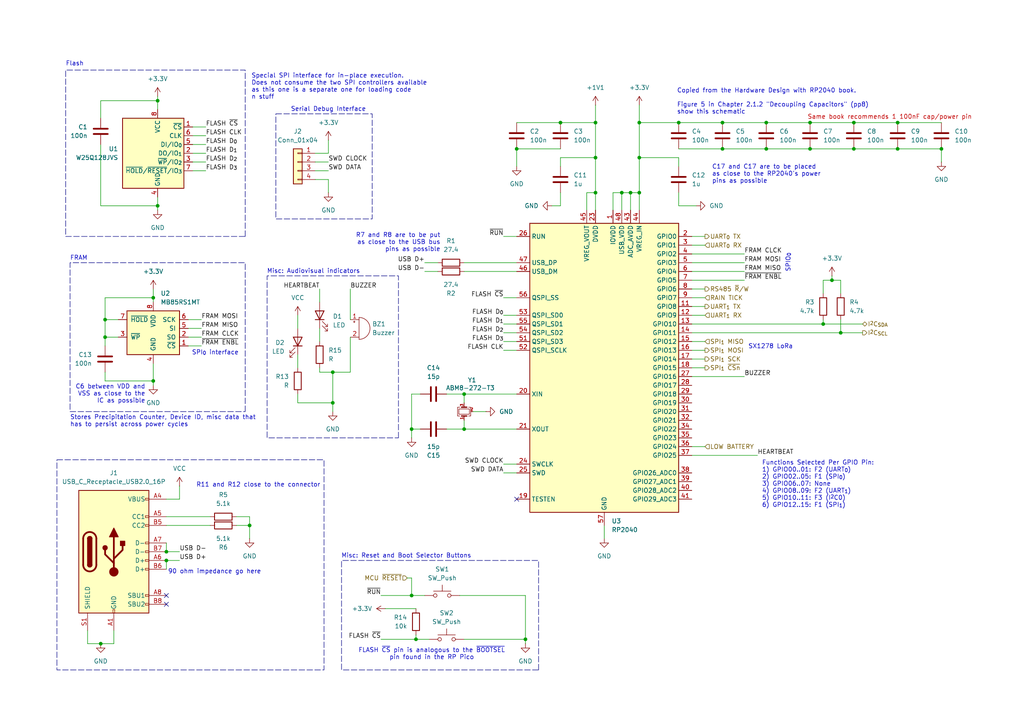
<source format=kicad_sch>
(kicad_sch (version 20250114) (generator "eeschema") (generator_version "9.0")
  (paper "A4")
  (title_block (title "Banshee Power Delivery System") (date "2026-02-26") (rev "1") (company "Ivan Leonard O Aparte <ivanleonard.aparte@cit.edu>") (comment 1 "STEM 12 - Altruism | S.Y. 2025-2026"))
  (lib_symbols
    (symbol "Connector:USB_C_Receptacle_USB2.0_16P" (pin_names (offset 1.016))
      (property "Reference" "J" (at 0 22.225 0))
      (property "Value" "USB_C_Receptacle_USB2.0_16P" (at 0 19.685 0))
      (symbol "USB_C_Receptacle_USB2.0_16P_0_0"
        (rectangle (start -0.254 -17.78) (end 0.254 -16.764))
        (rectangle (start 10.16 15.494) (end 9.144 14.986))
        (rectangle (start 10.16 10.414) (end 9.144 9.906))
        (rectangle (start 10.16 7.874) (end 9.144 7.366))
        (rectangle (start 10.16 2.794) (end 9.144 2.286))
        (rectangle (start 10.16 0.254) (end 9.144 -0.254))
        (rectangle (start 10.16 -2.286) (end 9.144 -2.794))
        (rectangle (start 10.16 -4.826) (end 9.144 -5.334))
        (rectangle (start 10.16 -12.446) (end 9.144 -12.954))
        (rectangle (start 10.16 -14.986) (end 9.144 -15.494))
      )
      (symbol "USB_C_Receptacle_USB2.0_16P_0_1"
        (rectangle (start -10.16 17.78) (end 10.16 -17.78) (stroke (width 0.254)) (fill (type background)))
        (polyline (pts (xy -8.89 -3.81) (xy -8.89 3.81)) (stroke (width 0.508)))
        (rectangle (start -7.62 -3.81) (end -6.35 3.81) (stroke (width 0.254)) (fill (type outline)))
        (arc (start -7.62 3.81) (mid -6.985 4.4423) (end -6.35 3.81) (stroke (width 0.254)))
        (arc (start -7.62 3.81) (mid -6.985 4.4423) (end -6.35 3.81) (stroke (width 0.254)) (fill (type outline)))
        (arc (start -8.89 3.81) (mid -6.985 5.7067) (end -5.08 3.81) (stroke (width 0.508)))
        (arc (start -5.08 -3.81) (mid -6.985 -5.7067) (end -8.89 -3.81) (stroke (width 0.508)))
        (arc (start -6.35 -3.81) (mid -6.985 -4.4423) (end -7.62 -3.81) (stroke (width 0.254)))
        (arc (start -6.35 -3.81) (mid -6.985 -4.4423) (end -7.62 -3.81) (stroke (width 0.254)) (fill (type outline)))
        (polyline (pts (xy -5.08 3.81) (xy -5.08 -3.81)) (stroke (width 0.508)))
        (circle (center -2.54 1.143) (radius 0.635) (stroke (width 0.254)) (fill (type outline)))
        (polyline (pts (xy -1.27 4.318) (xy 0 6.858) (xy 1.27 4.318) (xy -1.27 4.318)) (stroke (width 0.254)) (fill (type outline)))
        (polyline (pts (xy 0 -2.032) (xy 2.54 0.508) (xy 2.54 1.778)) (stroke (width 0.508)))
        (polyline (pts (xy 0 -3.302) (xy -2.54 -0.762) (xy -2.54 0.508)) (stroke (width 0.508)))
        (polyline (pts (xy 0 -5.842) (xy 0 4.318)) (stroke (width 0.508)))
        (circle (center 0 -5.842) (radius 1.27) (fill (type outline)))
        (rectangle (start 1.905 1.778) (end 3.175 3.048) (stroke (width 0.254)) (fill (type outline)))
      )
      (symbol "USB_C_Receptacle_USB2.0_16P_1_1"
        (pin passive line (at -7.62 -22.86 90) (length 5.08) (name "SHIELD") (number "S1"))
        (pin passive line (at 0 -22.86 90) (length 5.08) (name "GND") (number "A1"))
        (pin passive line (at 0 -22.86 90) (length 5.08) (hide yes) (name "GND") (number "A12"))
        (pin passive line (at 0 -22.86 90) (length 5.08) (hide yes) (name "GND") (number "B1"))
        (pin passive line (at 0 -22.86 90) (length 5.08) (hide yes) (name "GND") (number "B12"))
        (pin passive line (at 15.24 15.24 180) (length 5.08) (name "VBUS") (number "A4"))
        (pin passive line (at 15.24 15.24 180) (length 5.08) (hide yes) (name "VBUS") (number "A9"))
        (pin passive line (at 15.24 15.24 180) (length 5.08) (hide yes) (name "VBUS") (number "B4"))
        (pin passive line (at 15.24 15.24 180) (length 5.08) (hide yes) (name "VBUS") (number "B9"))
        (pin bidirectional line (at 15.24 10.16 180) (length 5.08) (name "CC1") (number "A5"))
        (pin bidirectional line (at 15.24 7.62 180) (length 5.08) (name "CC2") (number "B5"))
        (pin bidirectional line (at 15.24 2.54 180) (length 5.08) (name "D-") (number "A7"))
        (pin bidirectional line (at 15.24 0 180) (length 5.08) (name "D-") (number "B7"))
        (pin bidirectional line (at 15.24 -2.54 180) (length 5.08) (name "D+") (number "A6"))
        (pin bidirectional line (at 15.24 -5.08 180) (length 5.08) (name "D+") (number "B6"))
        (pin bidirectional line (at 15.24 -12.7 180) (length 5.08) (name "SBU1") (number "A8"))
        (pin bidirectional line (at 15.24 -15.24 180) (length 5.08) (name "SBU2") (number "B8"))
      )
    )
    (symbol "Connector_Generic:Conn_01x04" (pin_names (offset 1.016) (hide yes))
      (property "Reference" "J" (at 0 5.08 0))
      (property "Value" "Conn_01x04" (at 0 -7.62 0))
      (symbol "Conn_01x04_1_1"
        (rectangle (start -1.27 3.81) (end 1.27 -6.35) (stroke (width 0.254)) (fill (type background)))
        (rectangle (start -1.27 2.667) (end 0 2.413) (stroke (width 0.1524)))
        (rectangle (start -1.27 0.127) (end 0 -0.127) (stroke (width 0.1524)))
        (rectangle (start -1.27 -2.413) (end 0 -2.667) (stroke (width 0.1524)))
        (rectangle (start -1.27 -4.953) (end 0 -5.207) (stroke (width 0.1524)))
        (pin passive line (at -5.08 2.54 0) (length 3.81) (name "Pin_1") (number "1"))
        (pin passive line (at -5.08 0 0) (length 3.81) (name "Pin_2") (number "2"))
        (pin passive line (at -5.08 -2.54 0) (length 3.81) (name "Pin_3") (number "3"))
        (pin passive line (at -5.08 -5.08 0) (length 3.81) (name "Pin_4") (number "4"))
      )
    )
    (symbol "Device:Buzzer" (pin_names (offset 0.0254) (hide yes))
      (property "Reference" "BZ" (at 3.81 1.27 0))
      (property "Value" "Buzzer" (at 3.81 -1.27 0))
      (symbol "Buzzer_0_1"
        (polyline (pts (xy -1.651 1.905) (xy -1.143 1.905)))
        (polyline (pts (xy -1.397 2.159) (xy -1.397 1.651)))
        (arc (start 0 3.175) (mid 3.1612 0) (end 0 -3.175))
        (polyline (pts (xy 0 3.175) (xy 0 -3.175)))
      )
      (symbol "Buzzer_1_1"
        (pin passive line (at -2.54 2.54 0) (length 2.54) (name "+") (number "1"))
        (pin passive line (at -2.54 -2.54 0) (length 2.54) (name "-") (number "2"))
      )
    )
    (symbol "Device:C" (pin_numbers (hide yes)) (pin_names (offset 0.254))
      (property "Reference" "C" (at 0.635 2.54 0))
      (property "Value" "C" (at 0.635 -2.54 0))
      (symbol "C_0_1"
        (polyline (pts (xy -2.032 0.762) (xy 2.032 0.762)) (stroke (width 0.508)))
        (polyline (pts (xy -2.032 -0.762) (xy 2.032 -0.762)) (stroke (width 0.508)))
      )
      (symbol "C_1_1"
        (pin passive line (at 0 3.81 270) (length 2.794) (name "~") (number "1"))
        (pin passive line (at 0 -3.81 90) (length 2.794) (name "~") (number "2"))
      )
    )
    (symbol "Device:Crystal_GND24_Small" (pin_names (offset 1.016) (hide yes))
      (property "Reference" "Y" (at 1.27 4.445 0))
      (property "Value" "Crystal_GND24_Small" (at 1.27 2.54 0))
      (symbol "Crystal_GND24_Small_0_1"
        (polyline (pts (xy -1.27 1.27) (xy -1.27 1.905) (xy 1.27 1.905) (xy 1.27 1.27)))
        (polyline (pts (xy -1.27 -0.762) (xy -1.27 0.762)) (stroke (width 0.381)))
        (polyline (pts (xy -1.27 -1.27) (xy -1.27 -1.905) (xy 1.27 -1.905) (xy 1.27 -1.27)))
        (rectangle (start -0.762 -1.524) (end 0.762 1.524))
        (polyline (pts (xy 1.27 -0.762) (xy 1.27 0.762)) (stroke (width 0.381)))
      )
      (symbol "Crystal_GND24_Small_1_1"
        (pin passive line (at -2.54 0 0) (length 1.27) (name "1") (number "1"))
        (pin passive line (at 0 -2.54 90) (length 0.635) (name "G") (number "2"))
        (pin passive line (at 0 -2.54 90) (length 0.635) (hide yes) (name "G") (number "4"))
        (pin passive line (at 2.54 0 180) (length 1.27) (name "3") (number "3"))
      )
    )
    (symbol "Device:LED" (pin_numbers (hide yes)) (pin_names (offset 1.016) (hide yes))
      (property "Reference" "D" (at 0 2.54 0))
      (property "Value" "LED" (at 0 -2.54 0))
      (symbol "LED_0_1"
        (polyline (pts (xy -3.048 -0.762) (xy -4.572 -2.286) (xy -3.81 -2.286) (xy -4.572 -2.286) (xy -4.572 -1.524)))
        (polyline (pts (xy -1.778 -0.762) (xy -3.302 -2.286) (xy -2.54 -2.286) (xy -3.302 -2.286) (xy -3.302 -1.524)))
        (polyline (pts (xy -1.27 0) (xy 1.27 0)))
        (polyline (pts (xy -1.27 -1.27) (xy -1.27 1.27)) (stroke (width 0.254)))
        (polyline (pts (xy 1.27 -1.27) (xy 1.27 1.27) (xy -1.27 0) (xy 1.27 -1.27)) (stroke (width 0.254)))
      )
      (symbol "LED_1_1"
        (pin passive line (at -3.81 0 0) (length 2.54) (name "K") (number "1"))
        (pin passive line (at 3.81 0 180) (length 2.54) (name "A") (number "2"))
      )
    )
    (symbol "Device:R" (pin_numbers (hide yes)) (pin_names (offset 0))
      (property "Reference" "R" (at 2.032 0 90))
      (property "Value" "R" (at 0 0 90))
      (symbol "R_0_1"
        (rectangle (start -1.016 -2.54) (end 1.016 2.54) (stroke (width 0.254)))
      )
      (symbol "R_1_1"
        (pin passive line (at 0 3.81 270) (length 1.27) (name "~") (number "1"))
        (pin passive line (at 0 -3.81 90) (length 1.27) (name "~") (number "2"))
      )
    )
    (symbol "MCU_RaspberryPi:RP2040"
      (property "Reference" "U" (at 17.78 45.72 0))
      (property "Value" "RP2040" (at 17.78 43.18 0))
      (symbol "RP2040_0_1"
        (rectangle (start -21.59 41.91) (end 21.59 -41.91) (stroke (width 0.254)) (fill (type background)))
      )
      (symbol "RP2040_1_1"
        (pin input line (at -25.4 38.1 0) (length 3.81) (name "RUN") (number "26"))
        (pin bidirectional line (at -25.4 30.48 0) (length 3.81) (name "USB_DP") (number "47"))
        (pin bidirectional line (at -25.4 27.94 0) (length 3.81) (name "USB_DM") (number "46"))
        (pin bidirectional line (at -25.4 20.32 0) (length 3.81) (name "QSPI_SS") (number "56"))
        (pin bidirectional line (at -25.4 15.24 0) (length 3.81) (name "QSPI_SD0") (number "53"))
        (pin bidirectional line (at -25.4 12.7 0) (length 3.81) (name "QSPI_SD1") (number "55"))
        (pin bidirectional line (at -25.4 10.16 0) (length 3.81) (name "QSPI_SD2") (number "54"))
        (pin bidirectional line (at -25.4 7.62 0) (length 3.81) (name "QSPI_SD3") (number "51"))
        (pin output line (at -25.4 5.08 0) (length 3.81) (name "QSPI_SCLK") (number "52"))
        (pin input line (at -25.4 -7.62 0) (length 3.81) (name "XIN") (number "20"))
        (pin passive line (at -25.4 -17.78 0) (length 3.81) (name "XOUT") (number "21"))
        (pin input line (at -25.4 -27.94 0) (length 3.81) (name "SWCLK") (number "24"))
        (pin bidirectional line (at -25.4 -30.48 0) (length 3.81) (name "SWD") (number "25"))
        (pin input line (at -25.4 -38.1 0) (length 3.81) (name "TESTEN") (number "19"))
        (pin power_out line (at -5.08 45.72 270) (length 3.81) (name "VREG_VOUT") (number "45"))
        (pin power_in line (at -2.54 45.72 270) (length 3.81) (name "DVDD") (number "23"))
        (pin passive line (at -2.54 45.72 270) (length 3.81) (hide yes) (name "DVDD") (number "50"))
        (pin power_in line (at 0 -45.72 90) (length 3.81) (name "GND") (number "57"))
        (pin power_in line (at 2.54 45.72 270) (length 3.81) (name "IOVDD") (number "1"))
        (pin passive line (at 2.54 45.72 270) (length 3.81) (hide yes) (name "IOVDD") (number "10"))
        (pin passive line (at 2.54 45.72 270) (length 3.81) (hide yes) (name "IOVDD") (number "22"))
        (pin passive line (at 2.54 45.72 270) (length 3.81) (hide yes) (name "IOVDD") (number "33"))
        (pin passive line (at 2.54 45.72 270) (length 3.81) (hide yes) (name "IOVDD") (number "42"))
        (pin passive line (at 2.54 45.72 270) (length 3.81) (hide yes) (name "IOVDD") (number "49"))
        (pin power_in line (at 5.08 45.72 270) (length 3.81) (name "USB_VDD") (number "48"))
        (pin power_in line (at 7.62 45.72 270) (length 3.81) (name "ADC_AVDD") (number "43"))
        (pin power_in line (at 10.16 45.72 270) (length 3.81) (name "VREG_IN") (number "44"))
        (pin bidirectional line (at 25.4 38.1 180) (length 3.81) (name "GPIO0") (number "2"))
        (pin bidirectional line (at 25.4 35.56 180) (length 3.81) (name "GPIO1") (number "3"))
        (pin bidirectional line (at 25.4 33.02 180) (length 3.81) (name "GPIO2") (number "4"))
        (pin bidirectional line (at 25.4 30.48 180) (length 3.81) (name "GPIO3") (number "5"))
        (pin bidirectional line (at 25.4 27.94 180) (length 3.81) (name "GPIO4") (number "6"))
        (pin bidirectional line (at 25.4 25.4 180) (length 3.81) (name "GPIO5") (number "7"))
        (pin bidirectional line (at 25.4 22.86 180) (length 3.81) (name "GPIO6") (number "8"))
        (pin bidirectional line (at 25.4 20.32 180) (length 3.81) (name "GPIO7") (number "9"))
        (pin bidirectional line (at 25.4 17.78 180) (length 3.81) (name "GPIO8") (number "11"))
        (pin bidirectional line (at 25.4 15.24 180) (length 3.81) (name "GPIO9") (number "12"))
        (pin bidirectional line (at 25.4 12.7 180) (length 3.81) (name "GPIO10") (number "13"))
        (pin bidirectional line (at 25.4 10.16 180) (length 3.81) (name "GPIO11") (number "14"))
        (pin bidirectional line (at 25.4 7.62 180) (length 3.81) (name "GPIO12") (number "15"))
        (pin bidirectional line (at 25.4 5.08 180) (length 3.81) (name "GPIO13") (number "16"))
        (pin bidirectional line (at 25.4 2.54 180) (length 3.81) (name "GPIO14") (number "17"))
        (pin bidirectional line (at 25.4 0 180) (length 3.81) (name "GPIO15") (number "18"))
        (pin bidirectional line (at 25.4 -2.54 180) (length 3.81) (name "GPIO16") (number "27"))
        (pin bidirectional line (at 25.4 -5.08 180) (length 3.81) (name "GPIO17") (number "28"))
        (pin bidirectional line (at 25.4 -7.62 180) (length 3.81) (name "GPIO18") (number "29"))
        (pin bidirectional line (at 25.4 -10.16 180) (length 3.81) (name "GPIO19") (number "30"))
        (pin bidirectional line (at 25.4 -12.7 180) (length 3.81) (name "GPIO20") (number "31"))
        (pin bidirectional line (at 25.4 -15.24 180) (length 3.81) (name "GPIO21") (number "32"))
        (pin bidirectional line (at 25.4 -17.78 180) (length 3.81) (name "GPIO22") (number "34"))
        (pin bidirectional line (at 25.4 -20.32 180) (length 3.81) (name "GPIO23") (number "35"))
        (pin bidirectional line (at 25.4 -22.86 180) (length 3.81) (name "GPIO24") (number "36"))
        (pin bidirectional line (at 25.4 -25.4 180) (length 3.81) (name "GPIO25") (number "37"))
        (pin bidirectional line (at 25.4 -30.48 180) (length 3.81) (name "GPIO26_ADC0") (number "38"))
        (pin bidirectional line (at 25.4 -33.02 180) (length 3.81) (name "GPIO27_ADC1") (number "39"))
        (pin bidirectional line (at 25.4 -35.56 180) (length 3.81) (name "GPIO28_ADC2") (number "40"))
        (pin bidirectional line (at 25.4 -38.1 180) (length 3.81) (name "GPIO29_ADC3") (number "41"))
      )
    )
    (symbol "Memory_Flash:W25Q128JVS"
      (property "Reference" "U" (at -6.35 11.43 0))
      (property "Value" "W25Q128JVS" (at 7.62 11.43 0))
      (symbol "W25Q128JVS_0_1"
        (rectangle (start -7.62 10.16) (end 10.16 -10.16) (stroke (width 0.254)) (fill (type background)))
      )
      (symbol "W25Q128JVS_1_1"
        (pin input line (at -10.16 7.62 0) (length 2.54) (name "~{CS}") (number "1"))
        (pin input line (at -10.16 5.08 0) (length 2.54) (name "CLK") (number "6"))
        (pin bidirectional line (at -10.16 2.54 0) (length 2.54) (name "DI/IO_{0}") (number "5"))
        (pin bidirectional line (at -10.16 0 0) (length 2.54) (name "DO/IO_{1}") (number "2"))
        (pin bidirectional line (at -10.16 -2.54 0) (length 2.54) (name "~{WP}/IO_{2}") (number "3"))
        (pin bidirectional line (at -10.16 -5.08 0) (length 2.54) (name "~{HOLD}/~{RESET}/IO_{3}") (number "7"))
        (pin power_in line (at 0 12.7 270) (length 2.54) (name "VCC") (number "8"))
        (pin power_in line (at 0 -12.7 90) (length 2.54) (name "GND") (number "4"))
      )
    )
    (symbol "Memory_NVRAM:MB85RS1MT" (pin_names (offset 1.016))
      (property "Reference" "U" (at -7.62 6.35 0))
      (property "Value" "MB85RS1MT" (at 1.27 6.35 0))
      (symbol "MB85RS1MT_0_1"
        (rectangle (start -7.62 5.08) (end 7.62 -7.62) (stroke (width 0.254)) (fill (type background)))
      )
      (symbol "MB85RS1MT_1_1"
        (pin input line (at -10.16 2.54 0) (length 2.54) (name "~{HOLD}") (number "7"))
        (pin input line (at -10.16 -2.54 0) (length 2.54) (name "~{WP}") (number "3"))
        (pin power_in line (at 0 7.62 270) (length 2.54) (name "VDD") (number "8"))
        (pin power_in line (at 0 -10.16 90) (length 2.54) (name "GND") (number "4"))
        (pin input line (at 10.16 2.54 180) (length 2.54) (name "SCK") (number "6"))
        (pin input line (at 10.16 0 180) (length 2.54) (name "SI") (number "5"))
        (pin output line (at 10.16 -2.54 180) (length 2.54) (name "SO") (number "2"))
        (pin input line (at 10.16 -5.08 180) (length 2.54) (name "~{CS}") (number "1"))
      )
    )
    (symbol "Switch:SW_Push" (pin_numbers (hide yes)) (pin_names (offset 1.016) (hide yes))
      (property "Reference" "SW" (at 1.27 2.54 0))
      (property "Value" "SW_Push" (at 0 -1.524 0))
      (symbol "SW_Push_0_1"
        (circle (center -2.032 0) (radius 0.508))
        (polyline (pts (xy 0 1.27) (xy 0 3.048)))
        (circle (center 2.032 0) (radius 0.508))
        (polyline (pts (xy 2.54 1.27) (xy -2.54 1.27)))
        (pin passive line (at -5.08 0 0) (length 2.54) (name "1") (number "1"))
        (pin passive line (at 5.08 0 180) (length 2.54) (name "2") (number "2"))
      )
    )
    (symbol "power:+1V1" (power) (pin_numbers (hide yes)) (pin_names (offset 0) (hide yes))
      (property "Value" "+1V1" (at 0 3.556 0))
      (symbol "+1V1_0_1"
        (polyline (pts (xy -0.762 1.27) (xy 0 2.54)))
        (polyline (pts (xy 0 2.54) (xy 0.762 1.27)))
        (polyline (pts (xy 0 0) (xy 0 2.54)))
      )
      (symbol "+1V1_1_1"
        (pin power_in line (at 0 0 90) (length 0) (name "~") (number "1"))
      )
    )
    (symbol "power:+3.3V" (power) (pin_numbers (hide yes)) (pin_names (offset 0) (hide yes))
      (property "Value" "+3.3V" (at 0 3.556 0))
      (symbol "+3.3V_0_1"
        (polyline (pts (xy -0.762 1.27) (xy 0 2.54)))
        (polyline (pts (xy 0 2.54) (xy 0.762 1.27)))
        (polyline (pts (xy 0 0) (xy 0 2.54)))
      )
      (symbol "+3.3V_1_1"
        (pin power_in line (at 0 0 90) (length 0) (name "~") (number "1"))
      )
    )
    (symbol "power:GND" (power) (pin_numbers (hide yes)) (pin_names (offset 0) (hide yes))
      (property "Value" "GND" (at 0 -3.81 0))
      (symbol "GND_0_1"
        (polyline (pts (xy 0 0) (xy 0 -1.27) (xy 1.27 -1.27) (xy 0 -2.54) (xy -1.27 -1.27) (xy 0 -1.27)))
      )
      (symbol "GND_1_1"
        (pin power_in line (at 0 0 270) (length 0) (name "~") (number "1"))
      )
    )
    (symbol "power:VCC" (power) (pin_numbers (hide yes)) (pin_names (offset 0) (hide yes))
      (property "Value" "VCC" (at 0 3.556 0))
      (symbol "VCC_0_1"
        (polyline (pts (xy -0.762 1.27) (xy 0 2.54)))
        (polyline (pts (xy 0 2.54) (xy 0.762 1.27)))
        (polyline (pts (xy 0 0) (xy 0 2.54)))
      )
      (symbol "VCC_1_1"
        (pin power_in line (at 0 0 90) (length 0) (name "~") (number "1"))
      )
    )
  )
  (text "Special SPI interface for in-place execution.\nDoes not consume the two SPI controllers available\nas this one is a separate one for loading code\nn stuff" (at 72.898 25.146 0) (effects (font (size 1.27 1.27)) (justify left)))
  (text "SX1278 LoRa" (at 223.52 100.584 0) (effects (font (size 1.27 1.27))))
  (text "Serial Debug Interface" (at 95.25 31.75 0) (effects (font (size 1.27 1.27))))
  (text "Misc: Audiovisual indicators" (at 90.932 78.74 0) (effects (font (size 1.27 1.27))))
  (text "SPI_{0} interface" (at 55.626 102.362 0) (effects (font (size 1.27 1.27)) (justify left)))
  (text "C6 between VDD and\nVSS as close to the\nIC as possible" (at 42.164 114.3 0) (effects (font (size 1.27 1.27)) (justify right)))
  (text "Copied from the Hardware Design with RP2040 book.\n\nFigure 5 in Chapter 2.1.2 \"Decoupling Capacitors\" (pp8)\nshow this schematic" (at 196.342 29.464 0) (effects (font (size 1.27 1.27)) (justify left)))
  (text "FLASH ~{CS} pin is analogous to the ~{BOOTSEL}\npin found in the RP Pico" (at 125.222 189.738 0) (effects (font (size 1.27 1.27))))
  (text "Misc: Reset and Boot Selector Buttons" (at 117.856 161.29 0) (effects (font (size 1.27 1.27))))
  (text "Functions Selected Per GPIO Pin:\n1) GPIO00..01: F2 (UART_{0})\n2) GPIO02..05: F1 (SPI_{0})\n3) GPIO06..07: None\n4) GPIO08..09: F2 (UART_{1})\n5) GPIO10..11: F3 (I^{2}C0)\n6) GPIO12..15: F1 (SPI_{1})" (at 220.98 140.462 0) (effects (font (size 1.27 1.27)) (justify left)))
  (text "Flash" (at 19.05 18.542 0) (effects (font (size 1.27 1.27)) (justify left)))
  (text "R7 and R8 are to be put\nas close to the USB bus\npins as possible" (at 127.762 70.358 0) (effects (font (size 1.27 1.27)) (justify right)))
  (text "SPIO_{0}" (at 228.6 76.2 90) (effects (font (size 1.27 1.27))))
  (text "C17 and C17 are to be placed\nas close to the RP2040's power\npins as possible" (at 206.502 50.546 0) (effects (font (size 1.27 1.27)) (justify left)))
  (text "R11 and R12 close to the connector" (at 74.93 140.716 0) (effects (font (size 1.27 1.27))))
  (text "Same book recommends 1 100nF cap/power pin" (at 258.064 34.036 0) (effects (font (size 1.27 1.27))))
  (text "90 ohm impedance go here" (at 62.23 165.862 0) (effects (font (size 1.27 1.27))))
  (text "Stores Precipitation Counter, Device ID, misc data that\nhas to persist across power cycles" (at 20.32 122.174 0) (effects (font (size 1.27 1.27)) (justify left)))
  (text "FRAM" (at 20.32 74.93 0) (effects (font (size 1.27 1.27)) (justify left)))
  (junction (at 209.55 43.18))
  (junction (at 243.84 96.52))
  (junction (at 72.39 152.4))
  (junction (at 222.25 35.56))
  (junction (at 234.95 35.56))
  (junction (at 260.35 35.56))
  (junction (at 260.35 43.18))
  (junction (at 185.42 55.88))
  (junction (at 247.65 35.56))
  (junction (at 29.21 186.69))
  (junction (at 44.45 86.36))
  (junction (at 120.65 185.42))
  (junction (at 172.72 45.72))
  (junction (at 172.72 55.88))
  (junction (at 241.3 81.28))
  (junction (at 209.55 35.56))
  (junction (at 196.85 35.56))
  (junction (at 96.52 107.95))
  (junction (at 119.38 124.46))
  (junction (at 273.05 43.18))
  (junction (at 152.4 185.42))
  (junction (at 134.62 124.46))
  (junction (at 134.62 114.3))
  (junction (at 149.86 43.18))
  (junction (at 222.25 43.18))
  (junction (at 48.26 162.56))
  (junction (at 30.48 97.79))
  (junction (at 48.26 160.02))
  (junction (at 247.65 43.18))
  (junction (at 180.34 55.88))
  (junction (at 162.56 35.56))
  (junction (at 172.72 35.56))
  (junction (at 185.42 45.72))
  (junction (at 44.45 110.49))
  (junction (at 96.52 116.84))
  (junction (at 30.48 92.71))
  (junction (at 182.88 55.88))
  (junction (at 238.76 93.98))
  (junction (at 45.72 59.69))
  (junction (at 45.72 29.21))
  (junction (at 234.95 43.18))
  (junction (at 185.42 35.56))
  (junction (at 119.38 172.72))
  (no_connect (at 149.86 144.78))
  (no_connect (at 48.26 172.72))
  (no_connect (at 48.26 175.26))
  (wire (pts (xy 119.38 167.64) (xy 119.38 172.72)))
  (wire (pts (xy 119.38 172.72) (xy 123.19 172.72)))
  (wire (pts (xy 137.16 119.38) (xy 140.97 119.38)))
  (wire (pts (xy 200.66 93.98) (xy 238.76 93.98)))
  (wire (pts (xy 273.05 43.18) (xy 273.05 46.99)))
  (wire (pts (xy 134.62 76.2) (xy 149.86 76.2)))
  (wire (pts (xy 134.62 114.3) (xy 149.86 114.3)))
  (wire (pts (xy 185.42 55.88) (xy 185.42 60.96)))
  (wire (pts (xy 175.26 152.4) (xy 175.26 156.21)))
  (wire (pts (xy 123.19 78.74) (xy 127 78.74)))
  (wire (pts (xy 55.88 49.53) (xy 59.69 49.53)))
  (wire (pts (xy 177.8 60.96) (xy 177.8 55.88)))
  (wire (pts (xy 162.56 48.26) (xy 162.56 45.72)))
  (wire (pts (xy 123.19 76.2) (xy 127 76.2)))
  (wire (pts (xy 54.61 92.71) (xy 58.42 92.71)))
  (wire (pts (xy 129.54 124.46) (xy 134.62 124.46)))
  (wire (pts (xy 162.56 45.72) (xy 172.72 45.72)))
  (wire (pts (xy 54.61 95.25) (xy 58.42 95.25)))
  (wire (pts (xy 185.42 45.72) (xy 185.42 55.88)))
  (wire (pts (xy 185.42 45.72) (xy 196.85 45.72)))
  (wire (pts (xy 45.72 57.15) (xy 45.72 59.69)))
  (wire (pts (xy 162.56 35.56) (xy 172.72 35.56)))
  (wire (pts (xy 243.84 92.71) (xy 243.84 96.52)))
  (wire (pts (xy 172.72 30.48) (xy 172.72 35.56)))
  (wire (pts (xy 91.44 52.07) (xy 95.25 52.07)))
  (wire (pts (xy 92.71 106.68) (xy 92.71 107.95)))
  (wire (pts (xy 200.66 78.74) (xy 215.9 78.74)))
  (wire (pts (xy 200.66 101.6) (xy 204.47 101.6)))
  (wire (pts (xy 96.52 116.84) (xy 96.52 119.38)))
  (wire (pts (xy 134.62 114.3) (xy 134.62 116.84)))
  (wire (pts (xy 86.36 116.84) (xy 96.52 116.84)))
  (wire (pts (xy 177.8 55.88) (xy 180.34 55.88)))
  (wire (pts (xy 247.65 43.18) (xy 260.35 43.18)))
  (wire (pts (xy 200.66 109.22) (xy 215.9 109.22)))
  (wire (pts (xy 111.76 176.53) (xy 120.65 176.53)))
  (wire (pts (xy 196.85 35.56) (xy 209.55 35.56)))
  (wire (pts (xy 45.72 29.21) (xy 29.21 29.21)))
  (wire (pts (xy 101.6 107.95) (xy 96.52 107.95)))
  (wire (pts (xy 133.35 172.72) (xy 152.4 172.72)))
  (wire (pts (xy 146.05 99.06) (xy 149.86 99.06)))
  (wire (pts (xy 146.05 134.62) (xy 149.86 134.62)))
  (wire (pts (xy 119.38 114.3) (xy 119.38 124.46)))
  (wire (pts (xy 30.48 86.36) (xy 30.48 92.71)))
  (wire (pts (xy 119.38 124.46) (xy 121.92 124.46)))
  (wire (pts (xy 29.21 41.91) (xy 29.21 59.69)))
  (wire (pts (xy 146.05 86.36) (xy 149.86 86.36)))
  (wire (pts (xy 170.18 55.88) (xy 172.72 55.88)))
  (wire (pts (xy 209.55 43.18) (xy 222.25 43.18)))
  (wire (pts (xy 180.34 55.88) (xy 182.88 55.88)))
  (wire (pts (xy 48.26 149.86) (xy 60.96 149.86)))
  (wire (pts (xy 238.76 93.98) (xy 250.19 93.98)))
  (wire (pts (xy 68.58 152.4) (xy 72.39 152.4)))
  (wire (pts (xy 185.42 30.48) (xy 185.42 35.56)))
  (wire (pts (xy 238.76 81.28) (xy 241.3 81.28)))
  (wire (pts (xy 72.39 149.86) (xy 72.39 152.4)))
  (wire (pts (xy 25.4 182.88) (xy 25.4 186.69)))
  (wire (pts (xy 129.54 114.3) (xy 134.62 114.3)))
  (wire (pts (xy 200.66 91.44) (xy 204.47 91.44)))
  (wire (pts (xy 146.05 93.98) (xy 149.86 93.98)))
  (wire (pts (xy 92.71 83.82) (xy 92.71 87.63)))
  (wire (pts (xy 200.66 86.36) (xy 204.47 86.36)))
  (wire (pts (xy 54.61 100.33) (xy 58.42 100.33)))
  (wire (pts (xy 149.86 43.18) (xy 149.86 48.26)))
  (wire (pts (xy 134.62 185.42) (xy 152.4 185.42)))
  (wire (pts (xy 200.66 68.58) (xy 204.47 68.58)))
  (wire (pts (xy 25.4 186.69) (xy 29.21 186.69)))
  (wire (pts (xy 152.4 172.72) (xy 152.4 185.42)))
  (wire (pts (xy 96.52 107.95) (xy 96.52 116.84)))
  (wire (pts (xy 196.85 59.69) (xy 201.93 59.69)))
  (wire (pts (xy 134.62 124.46) (xy 149.86 124.46)))
  (wire (pts (xy 55.88 46.99) (xy 59.69 46.99)))
  (wire (pts (xy 241.3 80.01) (xy 241.3 81.28)))
  (wire (pts (xy 72.39 152.4) (xy 72.39 156.21)))
  (wire (pts (xy 68.58 149.86) (xy 72.39 149.86)))
  (wire (pts (xy 172.72 35.56) (xy 172.72 45.72)))
  (wire (pts (xy 48.26 162.56) (xy 52.07 162.56)))
  (wire (pts (xy 200.66 73.66) (xy 215.9 73.66)))
  (wire (pts (xy 162.56 55.88) (xy 162.56 59.69)))
  (wire (pts (xy 92.71 95.25) (xy 92.71 99.06)))
  (wire (pts (xy 96.52 107.95) (xy 92.71 107.95)))
  (wire (pts (xy 185.42 35.56) (xy 185.42 45.72)))
  (wire (pts (xy 243.84 81.28) (xy 243.84 85.09)))
  (wire (pts (xy 30.48 97.79) (xy 30.48 100.33)))
  (wire (pts (xy 196.85 48.26) (xy 196.85 45.72)))
  (wire (pts (xy 134.62 78.74) (xy 149.86 78.74)))
  (wire (pts (xy 146.05 91.44) (xy 149.86 91.44)))
  (wire (pts (xy 95.25 52.07) (xy 95.25 55.88)))
  (wire (pts (xy 200.66 83.82) (xy 204.47 83.82)))
  (wire (pts (xy 121.92 114.3) (xy 119.38 114.3)))
  (wire (pts (xy 200.66 81.28) (xy 215.9 81.28)))
  (wire (pts (xy 30.48 92.71) (xy 34.29 92.71)))
  (wire (pts (xy 200.66 104.14) (xy 204.47 104.14)))
  (wire (pts (xy 260.35 35.56) (xy 273.05 35.56)))
  (wire (pts (xy 200.66 99.06) (xy 204.47 99.06)))
  (wire (pts (xy 182.88 55.88) (xy 185.42 55.88)))
  (wire (pts (xy 91.44 44.45) (xy 95.25 44.45)))
  (wire (pts (xy 196.85 43.18) (xy 209.55 43.18)))
  (wire (pts (xy 200.66 88.9) (xy 204.47 88.9)))
  (wire (pts (xy 86.36 114.3) (xy 86.36 116.84)))
  (wire (pts (xy 101.6 97.79) (xy 101.6 107.95)))
  (wire (pts (xy 241.3 81.28) (xy 243.84 81.28)))
  (wire (pts (xy 45.72 27.94) (xy 45.72 29.21)))
  (wire (pts (xy 55.88 44.45) (xy 59.69 44.45)))
  (wire (pts (xy 185.42 35.56) (xy 196.85 35.56)))
  (wire (pts (xy 44.45 105.41) (xy 44.45 110.49)))
  (wire (pts (xy 149.86 35.56) (xy 162.56 35.56)))
  (wire (pts (xy 146.05 101.6) (xy 149.86 101.6)))
  (wire (pts (xy 238.76 85.09) (xy 238.76 81.28)))
  (wire (pts (xy 146.05 96.52) (xy 149.86 96.52)))
  (wire (pts (xy 162.56 59.69) (xy 160.02 59.69)))
  (wire (pts (xy 91.44 49.53) (xy 95.25 49.53)))
  (wire (pts (xy 48.26 157.48) (xy 48.26 160.02)))
  (wire (pts (xy 45.72 59.69) (xy 45.72 60.96)))
  (wire (pts (xy 30.48 107.95) (xy 30.48 110.49)))
  (wire (pts (xy 180.34 55.88) (xy 180.34 60.96)))
  (wire (pts (xy 146.05 137.16) (xy 149.86 137.16)))
  (wire (pts (xy 170.18 60.96) (xy 170.18 55.88)))
  (wire (pts (xy 209.55 35.56) (xy 222.25 35.56)))
  (wire (pts (xy 55.88 39.37) (xy 59.69 39.37)))
  (wire (pts (xy 45.72 29.21) (xy 45.72 31.75)))
  (wire (pts (xy 91.44 46.99) (xy 95.25 46.99)))
  (wire (pts (xy 44.45 83.82) (xy 44.45 86.36)))
  (wire (pts (xy 172.72 45.72) (xy 172.72 55.88)))
  (wire (pts (xy 182.88 55.88) (xy 182.88 60.96)))
  (wire (pts (xy 260.35 43.18) (xy 273.05 43.18)))
  (wire (pts (xy 222.25 43.18) (xy 234.95 43.18)))
  (wire (pts (xy 95.25 40.64) (xy 95.25 44.45)))
  (wire (pts (xy 86.36 91.44) (xy 86.36 95.25)))
  (wire (pts (xy 30.48 110.49) (xy 44.45 110.49)))
  (wire (pts (xy 110.49 185.42) (xy 120.65 185.42)))
  (wire (pts (xy 29.21 29.21) (xy 29.21 34.29)))
  (wire (pts (xy 52.07 144.78) (xy 48.26 144.78)))
  (wire (pts (xy 234.95 35.56) (xy 247.65 35.56)))
  (wire (pts (xy 48.26 160.02) (xy 52.07 160.02)))
  (wire (pts (xy 119.38 124.46) (xy 119.38 127)))
  (wire (pts (xy 120.65 184.15) (xy 120.65 185.42)))
  (wire (pts (xy 200.66 76.2) (xy 215.9 76.2)))
  (wire (pts (xy 234.95 43.18) (xy 247.65 43.18)))
  (wire (pts (xy 196.85 55.88) (xy 196.85 59.69)))
  (wire (pts (xy 30.48 92.71) (xy 30.48 97.79)))
  (wire (pts (xy 222.25 35.56) (xy 234.95 35.56)))
  (wire (pts (xy 55.88 41.91) (xy 59.69 41.91)))
  (wire (pts (xy 146.05 68.58) (xy 149.86 68.58)))
  (wire (pts (xy 110.49 172.72) (xy 119.38 172.72)))
  (wire (pts (xy 200.66 106.68) (xy 204.47 106.68)))
  (wire (pts (xy 44.45 110.49) (xy 44.45 111.76)))
  (wire (pts (xy 29.21 59.69) (xy 45.72 59.69)))
  (wire (pts (xy 120.65 185.42) (xy 124.46 185.42)))
  (wire (pts (xy 44.45 86.36) (xy 30.48 86.36)))
  (wire (pts (xy 152.4 185.42) (xy 152.4 186.69)))
  (wire (pts (xy 48.26 152.4) (xy 60.96 152.4)))
  (wire (pts (xy 118.11 167.64) (xy 119.38 167.64)))
  (wire (pts (xy 200.66 71.12) (xy 204.47 71.12)))
  (wire (pts (xy 238.76 92.71) (xy 238.76 93.98)))
  (wire (pts (xy 54.61 97.79) (xy 58.42 97.79)))
  (wire (pts (xy 162.56 43.18) (xy 149.86 43.18)))
  (wire (pts (xy 200.66 132.08) (xy 219.71 132.08)))
  (wire (pts (xy 86.36 102.87) (xy 86.36 106.68)))
  (wire (pts (xy 52.07 140.97) (xy 52.07 144.78)))
  (wire (pts (xy 29.21 186.69) (xy 33.02 186.69)))
  (wire (pts (xy 172.72 55.88) (xy 172.72 60.96)))
  (wire (pts (xy 134.62 121.92) (xy 134.62 124.46)))
  (wire (pts (xy 247.65 35.56) (xy 260.35 35.56)))
  (wire (pts (xy 30.48 97.79) (xy 34.29 97.79)))
  (wire (pts (xy 200.66 129.54) (xy 204.47 129.54)))
  (wire (pts (xy 101.6 83.82) (xy 101.6 92.71)))
  (wire (pts (xy 48.26 162.56) (xy 48.26 165.1)))
  (wire (pts (xy 243.84 96.52) (xy 250.19 96.52)))
  (wire (pts (xy 44.45 86.36) (xy 44.45 87.63)))
  (wire (pts (xy 200.66 96.52) (xy 243.84 96.52)))
  (wire (pts (xy 33.02 186.69) (xy 33.02 182.88)))
  (wire (pts (xy 55.88 36.83) (xy 59.69 36.83)))
  (label "BUZZER" (at 101.6 83.82 0))
  (label "FLASH D_{0}" (at 146.05 91.44 180))
  (label "USB D+" (at 52.07 162.56 0))
  (label "FRAM MOSI" (at 215.9 76.2 0))
  (label "FLASH ~{CS}" (at 59.69 36.83 0))
  (label "HEARTBEAT" (at 219.71 132.08 0))
  (label "FRAM MISO" (at 215.9 78.74 0))
  (label "FLASH D_{3}" (at 59.69 49.53 0))
  (label "USB D-" (at 123.19 78.74 180))
  (label "FLASH D_{2}" (at 59.69 46.99 0))
  (label "~{FRAM ENBL}" (at 215.9 81.28 0))
  (label "~{FRAM ENBL}" (at 58.42 100.33 0))
  (label "FRAM MOSI" (at 58.42 92.71 0))
  (label "FLASH CLK" (at 146.05 101.6 180))
  (label "FLASH D_{3}" (at 146.05 99.06 180))
  (label "SWD CLOCK" (at 146.05 134.62 180))
  (label "FLASH D_{0}" (at 59.69 41.91 0))
  (label "SWD DATA" (at 146.05 137.16 180))
  (label "SWD CLOCK" (at 95.25 46.99 0))
  (label "FLASH D_{1}" (at 146.05 93.98 180))
  (label "FLASH CLK" (at 59.69 39.37 0))
  (label "USB D+" (at 123.19 76.2 180))
  (label "SWD DATA" (at 95.25 49.53 0))
  (label "FRAM MISO" (at 58.42 95.25 0))
  (label "FLASH ~{CS}" (at 110.49 185.42 180))
  (label "~{RUN}" (at 110.49 172.72 180))
  (label "BUZZER" (at 215.9 109.22 0))
  (label "FLASH D_{2}" (at 146.05 96.52 180))
  (label "FLASH D_{1}" (at 59.69 44.45 0))
  (label "HEARTBEAT" (at 92.71 83.82 180))
  (label "FRAM CLCK" (at 215.9 73.66 0))
  (label "~{RUN}" (at 146.05 68.58 180))
  (label "FLASH ~{CS}" (at 146.05 86.36 180))
  (label "USB D-" (at 52.07 160.02 0))
  (label "FRAM CLCK" (at 58.42 97.79 0))
  (hierarchical_label "I^{2}C_{SDA}" (shape bidirectional) (at 250.19 93.98 0))
  (hierarchical_label "LOW BATTERY" (shape input) (at 204.47 129.54 0))
  (hierarchical_label "I^{2}C_{SCL}" (shape output) (at 250.19 96.52 0))
  (hierarchical_label "UART_{0} TX" (shape output) (at 204.47 68.58 0))
  (hierarchical_label "UART_{0} RX" (shape input) (at 204.47 71.12 0))
  (hierarchical_label "UART_{1} TX" (shape output) (at 204.47 88.9 0))
  (hierarchical_label "SPI_{1} MISO" (shape input) (at 204.47 99.06 0))
  (hierarchical_label "SPI_{1} SCK" (shape output) (at 204.47 104.14 0))
  (hierarchical_label "RAIN TICK" (shape input) (at 204.47 86.36 0))
  (hierarchical_label "SPI_{1} ~{CSn}" (shape output) (at 204.47 106.68 0))
  (hierarchical_label "RS485 ~{R}{slash}W" (shape output) (at 204.47 83.82 0))
  (hierarchical_label "UART_{1} RX" (shape input) (at 204.47 91.44 0))
  (hierarchical_label "SPI_{1} MOSI" (shape output) (at 204.47 101.6 0))
  (hierarchical_label "MCU ~{RESET}" (shape input) (at 118.11 167.64 180))
  (rule_area (polyline (pts (xy 115.57 127) (xy 115.57 80.01) (xy 77.47 80.01) (xy 77.47 127)) (stroke (width 0) (type dash) (color 0 0 132 1))))
  (rule_area (polyline (pts (xy 71.12 68.58) (xy 71.12 20.32) (xy 19.05 20.32) (xy 19.05 68.58)) (stroke (width 0) (type dash) (color 0 0 132 1))))
  (rule_area (polyline (pts (xy 16.51 133.35) (xy 93.98 133.35) (xy 93.98 194.31) (xy 16.51 194.31)) (stroke (width 0) (type dash) (color 0 0 132 1))))
  (rule_area (polyline (pts (xy 80.01 33.02) (xy 107.95 33.02) (xy 107.95 63.5) (xy 80.01 63.5)) (stroke (width 0) (type dash) (color 0 0 132 1))))
  (rule_area (polyline (pts (xy 71.12 119.38) (xy 71.12 76.2) (xy 20.32 76.2) (xy 20.32 119.38)) (stroke (width 0) (type dash) (color 0 0 132 1))))
  (rule_area (polyline (pts (xy 156.21 194.31) (xy 156.21 162.56) (xy 99.06 162.56) (xy 99.06 194.31)) (stroke (width 0) (type dash) (color 0 0 132 1))))
  (symbol (lib_id "power:GND") (at 44.45 111.76 0) (unit 1)
    (property "Reference" "#PWR011" (effects (hide yes)))
    (property "Value" "GND" (at 44.45 116.84 0))
    (property "Description" "Power symbol creates a global label with name \"GND\" , ground" (effects (hide yes)))
  )
  (symbol (lib_id "Device:C") (at 273.05 39.37 0) (unit 1)
    (property "Reference" "C10" (at 276.86 38.0999 0) (effects (justify left)))
    (property "Value" "100n" (at 276.86 40.6399 0) (effects (justify left)))
    (property "Description" "Unpolarized capacitor" (effects (hide yes)))
  )
  (symbol (lib_id "Device:LED") (at 86.36 99.06 270) (mirror x) (unit 1)
    (property "Reference" "D2" (at 82.55 99.3774 90) (effects (justify right)))
    (property "Value" "LED" (at 82.55 101.9174 90) (effects (justify right)))
    (property "Description" "Light emitting diode" (effects (hide yes)))
    (property "Sim.Pins" "1=K 2=A" (effects (hide yes)))
  )
  (symbol (lib_id "power:GND") (at 95.25 55.88 0) (unit 1)
    (property "Reference" "#PWR019" (effects (hide yes)))
    (property "Value" "GND" (at 95.25 60.96 0))
    (property "Description" "Power symbol creates a global label with name \"GND\" , ground" (effects (hide yes)))
  )
  (symbol (lib_id "Device:C") (at 30.48 104.14 0) (mirror y) (unit 1)
    (property "Reference" "C13" (at 26.67 102.8699 0) (effects (justify left)))
    (property "Value" "100n" (at 26.67 105.4099 0) (effects (justify left)))
    (property "Description" "Unpolarized capacitor" (effects (hide yes)))
  )
  (symbol (lib_id "power:GND") (at 152.4 186.69 0) (unit 1)
    (property "Reference" "#PWR045" (effects (hide yes)))
    (property "Value" "GND" (at 152.4 191.77 0))
    (property "Description" "Power symbol creates a global label with name \"GND\" , ground" (effects (hide yes)))
  )
  (symbol (lib_id "Device:LED") (at 92.71 91.44 90) (unit 1)
    (property "Reference" "D1" (at 96.52 91.7574 90) (effects (justify right)))
    (property "Value" "LED" (at 96.52 94.2974 90) (effects (justify right)))
    (property "Description" "Light emitting diode" (effects (hide yes)))
    (property "Sim.Pins" "1=K 2=A" (effects (hide yes)))
  )
  (symbol (lib_id "Switch:SW_Push") (at 129.54 185.42 0) (unit 1)
    (property "Reference" "SW2" (at 129.54 177.8 0))
    (property "Value" "SW_Push" (at 129.54 180.34 0))
    (property "Description" "Push button switch, generic, two pins" (effects (hide yes)))
  )
  (symbol (lib_id "Device:C") (at 247.65 39.37 0) (unit 1)
    (property "Reference" "C8" (at 251.46 38.0999 0) (effects (justify left)))
    (property "Value" "100n" (at 251.46 40.6399 0) (effects (justify left)))
    (property "Description" "Unpolarized capacitor" (effects (hide yes)))
  )
  (symbol (lib_id "power:+3.3V") (at 95.25 40.64 0) (unit 1)
    (property "Reference" "#PWR017" (effects (hide yes)))
    (property "Value" "+3.3V" (at 95.25 35.56 0))
    (property "Description" "Power symbol creates a global label with name \"+3.3V\"" (effects (hide yes)))
  )
  (symbol (lib_id "power:GND") (at 96.52 119.38 0) (unit 1)
    (property "Reference" "#PWR046" (effects (hide yes)))
    (property "Value" "GND" (at 96.52 124.46 0))
    (property "Description" "Power symbol creates a global label with name \"GND\" , ground" (effects (hide yes)))
  )
  (symbol (lib_id "power:GND") (at 201.93 59.69 90) (unit 1)
    (property "Reference" "#PWR07" (effects (hide yes)))
    (property "Value" "GND" (at 205.74 59.6899 90) (effects (justify right)))
    (property "Description" "Power symbol creates a global label with name \"GND\" , ground" (effects (hide yes)))
  )
  (symbol (lib_id "MCU_RaspberryPi:RP2040") (at 175.26 106.68 0) (unit 1)
    (property "Reference" "U3" (at 177.4033 151.13 0) (effects (justify left)))
    (property "Value" "RP2040" (at 177.4033 153.67 0) (effects (justify left)))
    (property "Footprint" "Package_DFN_QFN:QFN-56-1EP_7x7mm_P0.4mm_EP3.2x3.2mm" (effects (hide yes)))
    (property "Datasheet" "https://datasheets.raspberrypi.com/rp2040/rp2040-datasheet.pdf" (effects (hide yes)))
    (property "Description" "A microcontroller by Raspberry Pi" (effects (hide yes)))
    (property "JLCPCB Part#" "C2040" (effects (hide yes)))
  )
  (symbol (lib_id "Device:C") (at 260.35 39.37 0) (unit 1)
    (property "Reference" "C9" (at 264.16 38.0999 0) (effects (justify left)))
    (property "Value" "100n" (at 264.16 40.6399 0) (effects (justify left)))
    (property "Description" "Unpolarized capacitor" (effects (hide yes)))
  )
  (symbol (lib_id "Device:C") (at 222.25 39.37 0) (unit 1)
    (property "Reference" "C6" (at 226.06 38.0999 0) (effects (justify left)))
    (property "Value" "100n" (at 226.06 40.6399 0) (effects (justify left)))
    (property "Description" "Unpolarized capacitor" (effects (hide yes)))
  )
  (symbol (lib_id "Memory_NVRAM:MB85RS1MT") (at 44.45 95.25 0) (unit 1)
    (property "Reference" "U2" (at 46.5933 85.09 0) (effects (justify left)))
    (property "Value" "MB85RS1MT" (at 46.5933 87.63 0) (effects (justify left)))
    (property "Footprint" "Package_SO:SSOP-8_3.9x5.05mm_P1.27mm" (effects (hide yes)))
    (property "Datasheet" "https://www.fujitsu.com/uk/Images/MB85RS1MT.pdf" (effects (hide yes)))
    (property "Description" "FRAM memory with SPI interface, SOIC-8 SON-8" (effects (hide yes)))
    (property "JLCPCB Part#" "C126733" (effects (hide yes)))
  )
  (symbol (lib_id "Device:Buzzer") (at 104.14 95.25 0) (unit 1)
    (property "Reference" "BZ1" (at 107.95 93.9799 0) (effects (justify left)))
    (property "Value" "Buzzer" (at 107.95 96.5199 0) (effects (justify left)))
    (property "Description" "Buzzer, polarized" (effects (hide yes)))
  )
  (symbol (lib_id "Device:C") (at 29.21 38.1 0) (unit 1)
    (property "Reference" "C1" (at 25.4 36.8299 0) (effects (justify right)))
    (property "Value" "100n" (at 25.4 39.3699 0) (effects (justify right)))
    (property "Description" "Unpolarized capacitor" (effects (hide yes)))
  )
  (symbol (lib_id "power:GND") (at 175.26 156.21 0) (unit 1)
    (property "Reference" "#PWR016" (effects (hide yes)))
    (property "Value" "GND" (at 175.26 161.29 0))
    (property "Description" "Power symbol creates a global label with name \"GND\" , ground" (effects (hide yes)))
  )
  (symbol (lib_id "power:GND") (at 160.02 59.69 270) (unit 1)
    (property "Reference" "#PWR06" (effects (hide yes)))
    (property "Value" "GND" (at 156.21 59.6899 90) (effects (justify right)))
    (property "Description" "Power symbol creates a global label with name \"GND\" , ground" (effects (hide yes)))
  )
  (symbol (lib_id "Device:C") (at 125.73 114.3 90) (unit 1)
    (property "Reference" "C14" (at 125.73 106.68 90))
    (property "Value" "15p" (at 125.73 109.22 90))
    (property "Description" "Unpolarized capacitor" (effects (hide yes)))
  )
  (symbol (lib_id "power:+3.3V") (at 185.42 30.48 0) (unit 1)
    (property "Reference" "#PWR03" (effects (hide yes)))
    (property "Value" "+3.3V" (at 185.42 25.4 0))
    (property "Description" "Power symbol creates a global label with name \"+3.3V\"" (effects (hide yes)))
  )
  (symbol (lib_id "Device:R") (at 130.81 78.74 270) (unit 1)
    (property "Reference" "R2" (at 130.81 85.09 90))
    (property "Value" "27.4" (at 130.81 82.55 90))
    (property "Description" "Resistor" (effects (hide yes)))
  )
  (symbol (lib_id "power:GND") (at 72.39 156.21 0) (unit 1)
    (property "Reference" "#PWR015" (effects (hide yes)))
    (property "Value" "GND" (at 72.39 161.29 0))
    (property "Description" "Power symbol creates a global label with name \"GND\" , ground" (effects (hide yes)))
  )
  (symbol (lib_id "Connector_Generic:Conn_01x04") (at 86.36 46.99 0) (mirror y) (unit 1)
    (property "Reference" "J2" (at 86.36 38.1 0))
    (property "Value" "Conn_01x04" (at 86.36 40.64 0))
    (property "Description" "Generic connector, single row, 01x04, script generated (kicad-library-utils/schlib/autogen/connector/)" (effects (hide yes)))
  )
  (symbol (lib_id "Device:R") (at 64.77 152.4 90) (mirror x) (unit 1)
    (property "Reference" "R6" (at 64.77 158.75 90))
    (property "Value" "5.1k" (at 64.77 156.21 90))
    (property "Description" "Resistor" (effects (hide yes)))
  )
  (symbol (lib_id "Device:C") (at 149.86 39.37 0) (unit 1)
    (property "Reference" "C2" (at 153.67 38.0999 0) (effects (justify left)))
    (property "Value" "100n" (at 153.67 40.6399 0) (effects (justify left)))
    (property "Description" "Unpolarized capacitor" (effects (hide yes)))
  )
  (symbol (lib_id "power:+3.3V") (at 44.45 83.82 0) (unit 1)
    (property "Reference" "#PWR010" (effects (hide yes)))
    (property "Value" "+3.3V" (at 44.45 78.74 0))
    (property "Description" "Power symbol creates a global label with name \"+3.3V\"" (effects (hide yes)))
  )
  (symbol (lib_id "Device:C") (at 234.95 39.37 0) (unit 1)
    (property "Reference" "C7" (at 238.76 38.0999 0) (effects (justify left)))
    (property "Value" "100n" (at 238.76 40.6399 0) (effects (justify left)))
    (property "Description" "Unpolarized capacitor" (effects (hide yes)))
  )
  (symbol (lib_id "power:VCC") (at 86.36 91.44 0) (mirror y) (unit 1)
    (property "Reference" "#PWR053" (effects (hide yes)))
    (property "Value" "VCC" (at 86.36 86.36 0))
    (property "Description" "Power symbol creates a global label with name \"VCC\"" (effects (hide yes)))
  )
  (symbol (lib_id "power:+3.3V") (at 111.76 176.53 90) (unit 1)
    (property "Reference" "#PWR043" (effects (hide yes)))
    (property "Value" "+3.3V" (at 107.95 176.5299 90) (effects (justify left)))
    (property "Description" "Power symbol creates a global label with name \"+3.3V\"" (effects (hide yes)))
  )
  (symbol (lib_id "Device:R") (at 86.36 110.49 0) (mirror y) (unit 1)
    (property "Reference" "R13" (at 83.82 109.2199 0) (effects (justify left)))
    (property "Value" "R" (at 83.82 111.7599 0) (effects (justify left)))
    (property "Description" "Resistor" (effects (hide yes)))
  )
  (symbol (lib_id "Device:R") (at 120.65 180.34 0) (mirror y) (unit 1)
    (property "Reference" "R14" (at 118.11 179.0699 0) (effects (justify left)))
    (property "Value" "10k" (at 118.11 181.6099 0) (effects (justify left)))
    (property "Description" "Resistor" (effects (hide yes)))
  )
  (symbol (lib_id "power:GND") (at 149.86 48.26 0) (unit 1)
    (property "Reference" "#PWR05" (effects (hide yes)))
    (property "Value" "GND" (at 149.86 53.34 0))
    (property "Description" "Power symbol creates a global label with name \"GND\" , ground" (effects (hide yes)))
  )
  (symbol (lib_id "power:+1V1") (at 172.72 30.48 0) (unit 1)
    (property "Reference" "#PWR02" (effects (hide yes)))
    (property "Value" "+1V1" (at 172.72 25.4 0))
    (property "Description" "Power symbol creates a global label with name \"+1V1\"" (effects (hide yes)))
  )
  (symbol (lib_id "Device:C") (at 162.56 52.07 0) (unit 1)
    (property "Reference" "C11" (at 166.37 50.7999 0) (effects (justify left)))
    (property "Value" "1u" (at 166.37 53.3399 0) (effects (justify left)))
    (property "Description" "Unpolarized capacitor" (effects (hide yes)))
  )
  (symbol (lib_id "Device:R") (at 238.76 88.9 0) (mirror y) (unit 1)
    (property "Reference" "R3" (at 236.22 87.6299 0) (effects (justify left)))
    (property "Value" "4.7k" (at 236.22 90.1699 0) (effects (justify left)))
    (property "Description" "Resistor" (effects (hide yes)))
  )
  (symbol (lib_id "Device:Crystal_GND24_Small") (at 134.62 119.38 90) (unit 1)
    (property "Reference" "Y1" (at 138.176 110.236 90) (effects (justify left)))
    (property "Value" "ABM8-272-T3" (at 143.51 112.522 90) (effects (justify left)))
    (property "Footprint" "Crystal:Crystal_SMD_Abracon_ABM8G-4Pin_3.2x2.5mm" (effects (hide yes)))
    (property "Description" "Four pin crystal, GND on pins 2 and 4, small symbol" (effects (hide yes)))
    (property private "KLC_S3.3" "The rectangle is not a symbol body but a graphical element" (effects (hide yes)))
    (property private "KLC_S4.1" "Some pins are on 50mil grid to make the symbol small" (effects (hide yes)))
    (property "JLCPCB Part#" "C20625731" (effects (hide yes)))
  )
  (symbol (lib_id "Device:R") (at 92.71 102.87 0) (unit 1)
    (property "Reference" "R15" (at 95.25 101.5999 0) (effects (justify left)))
    (property "Value" "R" (at 95.25 104.1399 0) (effects (justify left)))
    (property "Description" "Resistor" (effects (hide yes)))
  )
  (symbol (lib_id "Device:C") (at 196.85 52.07 0) (unit 1)
    (property "Reference" "C12" (at 200.66 50.7999 0) (effects (justify left)))
    (property "Value" "1u" (at 200.66 53.3399 0) (effects (justify left)))
    (property "Description" "Unpolarized capacitor" (effects (hide yes)))
  )
  (symbol (lib_id "Device:C") (at 196.85 39.37 0) (unit 1)
    (property "Reference" "C4" (at 200.66 38.0999 0) (effects (justify left)))
    (property "Value" "100n" (at 200.66 40.6399 0) (effects (justify left)))
    (property "Description" "Unpolarized capacitor" (effects (hide yes)))
  )
  (symbol (lib_id "power:VCC") (at 52.07 140.97 0) (unit 1)
    (property "Reference" "#PWR070" (effects (hide yes)))
    (property "Value" "VCC" (at 52.07 135.89 0))
    (property "Description" "Power symbol creates a global label with name \"VCC\"" (effects (hide yes)))
  )
  (symbol (lib_id "Device:R") (at 130.81 76.2 90) (unit 1)
    (property "Reference" "R1" (at 130.81 69.85 90))
    (property "Value" "27.4" (at 130.81 72.39 90))
    (property "Description" "Resistor" (effects (hide yes)))
  )
  (symbol (lib_id "power:GND") (at 119.38 127 0) (unit 1)
    (property "Reference" "#PWR013" (effects (hide yes)))
    (property "Value" "GND" (at 119.38 132.08 0))
    (property "Description" "Power symbol creates a global label with name \"GND\" , ground" (effects (hide yes)))
  )
  (symbol (lib_id "power:GND") (at 45.72 60.96 0) (unit 1)
    (property "Reference" "#PWR08" (effects (hide yes)))
    (property "Value" "GND" (at 45.72 66.04 0))
    (property "Description" "Power symbol creates a global label with name \"GND\" , ground" (effects (hide yes)))
  )
  (symbol (lib_id "Device:R") (at 64.77 149.86 90) (unit 1)
    (property "Reference" "R5" (at 64.77 143.51 90))
    (property "Value" "5.1k" (at 64.77 146.05 90))
    (property "Description" "Resistor" (effects (hide yes)))
  )
  (symbol (lib_id "Memory_Flash:W25Q128JVS") (at 45.72 44.45 0) (mirror y) (unit 1)
    (property "Reference" "U1" (at 34.29 43.1799 0) (effects (justify left)))
    (property "Value" "W25Q128JVS" (at 34.29 45.7199 0) (effects (justify left)))
    (property "Footprint" "Package_SO:SOIC-8_5.3x5.3mm_P1.27mm" (effects (hide yes)))
    (property "Datasheet" "https://www.winbond.com/resource-files/w25q128jv_dtr%20revc%2003272018%20plus.pdf" (effects (hide yes)))
    (property "Description" "128Mbit / 16MiB Serial Flash Memory, Standard/Dual/Quad SPI, 2.7-3.6V, SOIC-8" (effects (hide yes)))
    (property "JLCPCB Part#" "C97521" (effects (hide yes)))
  )
  (symbol (lib_id "Device:R") (at 243.84 88.9 0) (unit 1)
    (property "Reference" "R4" (at 246.38 87.6299 0) (effects (justify left)))
    (property "Value" "4.7k" (at 246.38 90.1699 0) (effects (justify left)))
    (property "Description" "Resistor" (effects (hide yes)))
  )
  (symbol (lib_id "Connector:USB_C_Receptacle_USB2.0_16P") (at 33.02 160.02 0) (unit 1)
    (property "Reference" "J1" (at 33.02 137.16 0))
    (property "Value" "USB_C_Receptacle_USB2.0_16P" (at 33.02 139.7 0))
    (property "Footprint" "Connector_USB:USB_C_Receptacle_G-Switch_GT-USB-7010ASV" (effects (hide yes)))
    (property "Datasheet" "https://www.usb.org/sites/default/files/documents/usb_type-c.zip" (effects (hide yes)))
    (property "Description" "USB 2.0-only 16P Type-C Receptacle connector" (effects (hide yes)))
    (property "JLCPCB Part#" "C2988369" (effects (hide yes)))
  )
  (symbol (lib_id "Switch:SW_Push") (at 128.27 172.72 0) (unit 1)
    (property "Reference" "SW1" (at 128.27 165.1 0))
    (property "Value" "SW_Push" (at 128.27 167.64 0))
    (property "Description" "Push button switch, generic, two pins" (effects (hide yes)))
  )
  (symbol (lib_id "power:+3.3V") (at 241.3 80.01 0) (unit 1)
    (property "Reference" "#PWR09" (effects (hide yes)))
    (property "Value" "+3.3V" (at 241.3 74.93 0))
    (property "Description" "Power symbol creates a global label with name \"+3.3V\"" (effects (hide yes)))
  )
  (symbol (lib_id "Device:C") (at 162.56 39.37 0) (unit 1)
    (property "Reference" "C3" (at 166.37 38.0999 0) (effects (justify left)))
    (property "Value" "100n" (at 166.37 40.6399 0) (effects (justify left)))
    (property "Description" "Unpolarized capacitor" (effects (hide yes)))
  )
  (symbol (lib_id "power:GND") (at 273.05 46.99 0) (unit 1)
    (property "Reference" "#PWR04" (effects (hide yes)))
    (property "Value" "GND" (at 273.05 52.07 0))
    (property "Description" "Power symbol creates a global label with name \"GND\" , ground" (effects (hide yes)))
  )
  (symbol (lib_id "Device:C") (at 209.55 39.37 0) (unit 1)
    (property "Reference" "C5" (at 213.36 38.0999 0) (effects (justify left)))
    (property "Value" "100n" (at 213.36 40.6399 0) (effects (justify left)))
    (property "Description" "Unpolarized capacitor" (effects (hide yes)))
  )
  (symbol (lib_id "power:GND") (at 140.97 119.38 90) (unit 1)
    (property "Reference" "#PWR012" (effects (hide yes)))
    (property "Value" "GND" (at 144.78 119.3799 90) (effects (justify right)))
    (property "Description" "Power symbol creates a global label with name \"GND\" , ground" (effects (hide yes)))
  )
  (symbol (lib_id "power:+3.3V") (at 45.72 27.94 0) (unit 1)
    (property "Reference" "#PWR01" (effects (hide yes)))
    (property "Value" "+3.3V" (at 45.72 22.86 0))
    (property "Description" "Power symbol creates a global label with name \"+3.3V\"" (effects (hide yes)))
  )
  (symbol (lib_id "Device:C") (at 125.73 124.46 270) (unit 1)
    (property "Reference" "C15" (at 125.73 132.08 90))
    (property "Value" "15p" (at 125.73 129.54 90))
    (property "Description" "Unpolarized capacitor" (effects (hide yes)))
  )
  (symbol (lib_id "power:GND") (at 29.21 186.69 0) (unit 1)
    (property "Reference" "#PWR018" (effects (hide yes)))
    (property "Value" "GND" (at 29.21 191.77 0))
    (property "Description" "Power symbol creates a global label with name \"GND\" , ground" (effects (hide yes)))
  )
)
</source>
